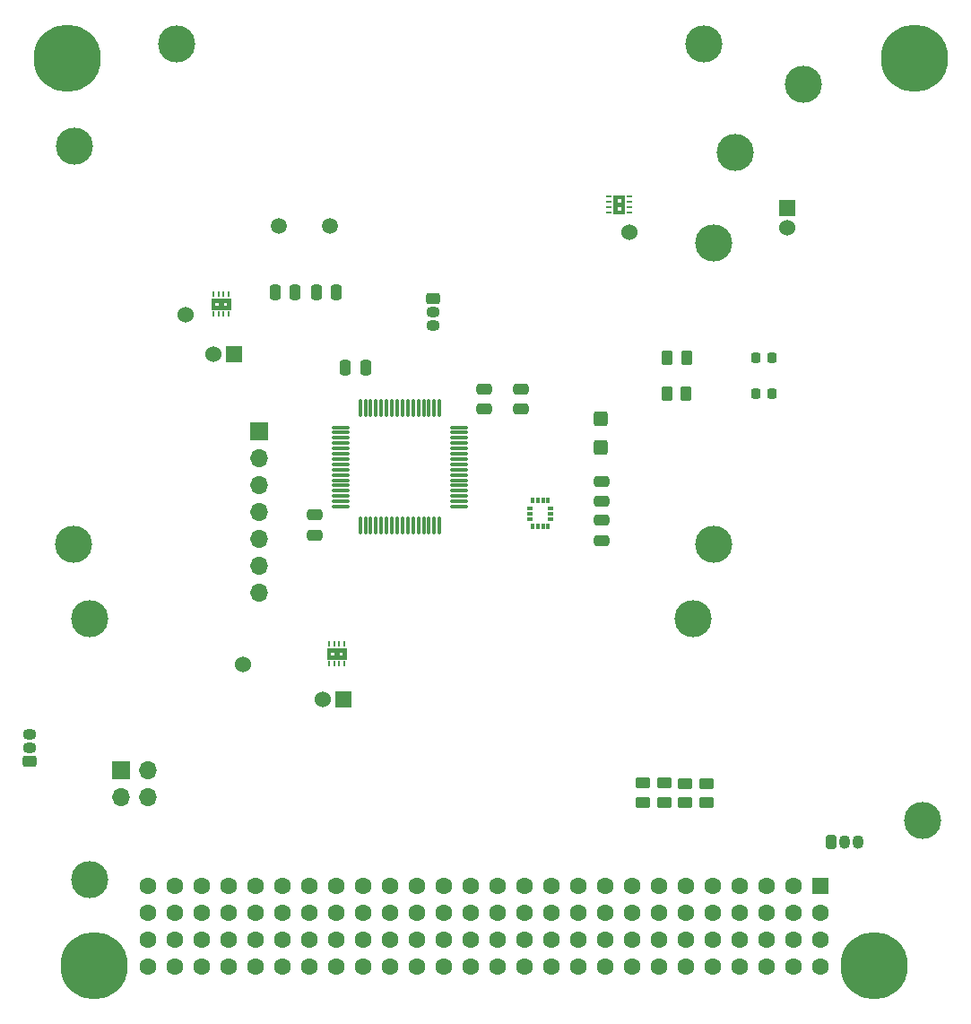
<source format=gbr>
%TF.GenerationSoftware,KiCad,Pcbnew,(6.0.1)*%
%TF.CreationDate,2022-03-12T11:24:15-03:00*%
%TF.ProjectId,magnetorquer_v2_2,6d61676e-6574-46f7-9271-7565725f7632,rev?*%
%TF.SameCoordinates,Original*%
%TF.FileFunction,Soldermask,Top*%
%TF.FilePolarity,Negative*%
%FSLAX46Y46*%
G04 Gerber Fmt 4.6, Leading zero omitted, Abs format (unit mm)*
G04 Created by KiCad (PCBNEW (6.0.1)) date 2022-03-12 11:24:15*
%MOMM*%
%LPD*%
G01*
G04 APERTURE LIST*
G04 Aperture macros list*
%AMRoundRect*
0 Rectangle with rounded corners*
0 $1 Rounding radius*
0 $2 $3 $4 $5 $6 $7 $8 $9 X,Y pos of 4 corners*
0 Add a 4 corners polygon primitive as box body*
4,1,4,$2,$3,$4,$5,$6,$7,$8,$9,$2,$3,0*
0 Add four circle primitives for the rounded corners*
1,1,$1+$1,$2,$3*
1,1,$1+$1,$4,$5*
1,1,$1+$1,$6,$7*
1,1,$1+$1,$8,$9*
0 Add four rect primitives between the rounded corners*
20,1,$1+$1,$2,$3,$4,$5,0*
20,1,$1+$1,$4,$5,$6,$7,0*
20,1,$1+$1,$6,$7,$8,$9,0*
20,1,$1+$1,$8,$9,$2,$3,0*%
G04 Aperture macros list end*
%ADD10C,0.100000*%
%ADD11R,0.280000X0.500000*%
%ADD12RoundRect,0.250000X0.450000X-0.262500X0.450000X0.262500X-0.450000X0.262500X-0.450000X-0.262500X0*%
%ADD13O,0.299999X1.799999*%
%ADD14O,1.799999X0.299999*%
%ADD15C,1.524000*%
%ADD16R,1.524000X1.524000*%
%ADD17RoundRect,0.250000X0.425000X-0.450000X0.425000X0.450000X-0.425000X0.450000X-0.425000X-0.450000X0*%
%ADD18C,1.600000*%
%ADD19R,1.600000X1.600000*%
%ADD20C,6.350000*%
%ADD21RoundRect,0.250000X-0.250000X-0.475000X0.250000X-0.475000X0.250000X0.475000X-0.250000X0.475000X0*%
%ADD22RoundRect,0.250000X0.475000X-0.250000X0.475000X0.250000X-0.475000X0.250000X-0.475000X-0.250000X0*%
%ADD23RoundRect,0.250000X-0.262500X-0.450000X0.262500X-0.450000X0.262500X0.450000X-0.262500X0.450000X0*%
%ADD24C,1.500000*%
%ADD25R,1.700000X1.700000*%
%ADD26O,1.700000X1.700000*%
%ADD27C,3.500000*%
%ADD28RoundRect,0.250000X0.250000X0.475000X-0.250000X0.475000X-0.250000X-0.475000X0.250000X-0.475000X0*%
%ADD29RoundRect,0.218750X0.218750X0.256250X-0.218750X0.256250X-0.218750X-0.256250X0.218750X-0.256250X0*%
%ADD30R,0.355600X0.558800*%
%ADD31R,0.558800X0.355600*%
%ADD32RoundRect,0.250000X-0.475000X0.250000X-0.475000X-0.250000X0.475000X-0.250000X0.475000X0.250000X0*%
%ADD33R,0.500000X0.280000*%
%ADD34RoundRect,0.249900X-0.275100X-0.400100X0.275100X-0.400100X0.275100X0.400100X-0.275100X0.400100X0*%
%ADD35O,1.050000X1.300000*%
%ADD36RoundRect,0.249900X0.400100X-0.275100X0.400100X0.275100X-0.400100X0.275100X-0.400100X-0.275100X0*%
%ADD37O,1.300000X1.050000*%
%ADD38RoundRect,0.249900X-0.400100X0.275100X-0.400100X-0.275100X0.400100X-0.275100X0.400100X0.275100X0*%
G04 APERTURE END LIST*
D10*
%TO.C,U5*%
X123529700Y-118618000D02*
X123529700Y-117602000D01*
X123529700Y-117602000D02*
X123799600Y-117602000D01*
X123799600Y-117602000D02*
X123799600Y-118618000D01*
X123799600Y-118618000D02*
X123529700Y-118618000D01*
G36*
X123799600Y-118618000D02*
G01*
X123529700Y-118618000D01*
X123529700Y-117602000D01*
X123799600Y-117602000D01*
X123799600Y-118618000D01*
G37*
X123799600Y-118618000D02*
X123529700Y-118618000D01*
X123529700Y-117602000D01*
X123799600Y-117602000D01*
X123799600Y-118618000D01*
X122072400Y-118618000D02*
X122072400Y-117602000D01*
X122072400Y-117602000D02*
X122342300Y-117602000D01*
X122342300Y-117602000D02*
X122342300Y-118618000D01*
X122342300Y-118618000D02*
X122072400Y-118618000D01*
G36*
X122342300Y-118618000D02*
G01*
X122072400Y-118618000D01*
X122072400Y-117602000D01*
X122342300Y-117602000D01*
X122342300Y-118618000D01*
G37*
X122342300Y-118618000D02*
X122072400Y-118618000D01*
X122072400Y-117602000D01*
X122342300Y-117602000D01*
X122342300Y-118618000D01*
X122072400Y-117910000D02*
X122072400Y-117602000D01*
X122072400Y-117602000D02*
X123799600Y-117602000D01*
X123799600Y-117602000D02*
X123799600Y-117910000D01*
X123799600Y-117910000D02*
X122072400Y-117910000D01*
G36*
X123799600Y-117910000D02*
G01*
X122072400Y-117910000D01*
X122072400Y-117602000D01*
X123799600Y-117602000D01*
X123799600Y-117910000D01*
G37*
X123799600Y-117910000D02*
X122072400Y-117910000D01*
X122072400Y-117602000D01*
X123799600Y-117602000D01*
X123799600Y-117910000D01*
X122742300Y-118618000D02*
X122742300Y-117602000D01*
X122742300Y-117602000D02*
X123129700Y-117602000D01*
X123129700Y-117602000D02*
X123129700Y-118618000D01*
X123129700Y-118618000D02*
X122742300Y-118618000D01*
G36*
X123129700Y-118618000D02*
G01*
X122742300Y-118618000D01*
X122742300Y-117602000D01*
X123129700Y-117602000D01*
X123129700Y-118618000D01*
G37*
X123129700Y-118618000D02*
X122742300Y-118618000D01*
X122742300Y-117602000D01*
X123129700Y-117602000D01*
X123129700Y-118618000D01*
X122072400Y-118618000D02*
X122072400Y-118310000D01*
X122072400Y-118310000D02*
X123799600Y-118310000D01*
X123799600Y-118310000D02*
X123799600Y-118618000D01*
X123799600Y-118618000D02*
X122072400Y-118618000D01*
G36*
X123799600Y-118618000D02*
G01*
X122072400Y-118618000D01*
X122072400Y-118310000D01*
X123799600Y-118310000D01*
X123799600Y-118618000D01*
G37*
X123799600Y-118618000D02*
X122072400Y-118618000D01*
X122072400Y-118310000D01*
X123799600Y-118310000D01*
X123799600Y-118618000D01*
%TO.C,U6*%
X111820300Y-85598000D02*
X111820300Y-84582000D01*
X111820300Y-84582000D02*
X112207700Y-84582000D01*
X112207700Y-84582000D02*
X112207700Y-85598000D01*
X112207700Y-85598000D02*
X111820300Y-85598000D01*
G36*
X112207700Y-85598000D02*
G01*
X111820300Y-85598000D01*
X111820300Y-84582000D01*
X112207700Y-84582000D01*
X112207700Y-85598000D01*
G37*
X112207700Y-85598000D02*
X111820300Y-85598000D01*
X111820300Y-84582000D01*
X112207700Y-84582000D01*
X112207700Y-85598000D01*
X112607700Y-85598000D02*
X112607700Y-84582000D01*
X112607700Y-84582000D02*
X112877600Y-84582000D01*
X112877600Y-84582000D02*
X112877600Y-85598000D01*
X112877600Y-85598000D02*
X112607700Y-85598000D01*
G36*
X112877600Y-85598000D02*
G01*
X112607700Y-85598000D01*
X112607700Y-84582000D01*
X112877600Y-84582000D01*
X112877600Y-85598000D01*
G37*
X112877600Y-85598000D02*
X112607700Y-85598000D01*
X112607700Y-84582000D01*
X112877600Y-84582000D01*
X112877600Y-85598000D01*
X111150400Y-85598000D02*
X111150400Y-84582000D01*
X111150400Y-84582000D02*
X111420300Y-84582000D01*
X111420300Y-84582000D02*
X111420300Y-85598000D01*
X111420300Y-85598000D02*
X111150400Y-85598000D01*
G36*
X111420300Y-85598000D02*
G01*
X111150400Y-85598000D01*
X111150400Y-84582000D01*
X111420300Y-84582000D01*
X111420300Y-85598000D01*
G37*
X111420300Y-85598000D02*
X111150400Y-85598000D01*
X111150400Y-84582000D01*
X111420300Y-84582000D01*
X111420300Y-85598000D01*
X111150400Y-84890000D02*
X111150400Y-84582000D01*
X111150400Y-84582000D02*
X112877600Y-84582000D01*
X112877600Y-84582000D02*
X112877600Y-84890000D01*
X112877600Y-84890000D02*
X111150400Y-84890000D01*
G36*
X112877600Y-84890000D02*
G01*
X111150400Y-84890000D01*
X111150400Y-84582000D01*
X112877600Y-84582000D01*
X112877600Y-84890000D01*
G37*
X112877600Y-84890000D02*
X111150400Y-84890000D01*
X111150400Y-84582000D01*
X112877600Y-84582000D01*
X112877600Y-84890000D01*
X111150400Y-85598000D02*
X111150400Y-85290000D01*
X111150400Y-85290000D02*
X112877600Y-85290000D01*
X112877600Y-85290000D02*
X112877600Y-85598000D01*
X112877600Y-85598000D02*
X111150400Y-85598000D01*
G36*
X112877600Y-85598000D02*
G01*
X111150400Y-85598000D01*
X111150400Y-85290000D01*
X112877600Y-85290000D01*
X112877600Y-85598000D01*
G37*
X112877600Y-85598000D02*
X111150400Y-85598000D01*
X111150400Y-85290000D01*
X112877600Y-85290000D01*
X112877600Y-85598000D01*
%TO.C,U4*%
X150114000Y-76555600D02*
X149806000Y-76555600D01*
X149806000Y-76555600D02*
X149806000Y-74828400D01*
X149806000Y-74828400D02*
X150114000Y-74828400D01*
X150114000Y-74828400D02*
X150114000Y-76555600D01*
G36*
X150114000Y-76555600D02*
G01*
X149806000Y-76555600D01*
X149806000Y-74828400D01*
X150114000Y-74828400D01*
X150114000Y-76555600D01*
G37*
X150114000Y-76555600D02*
X149806000Y-76555600D01*
X149806000Y-74828400D01*
X150114000Y-74828400D01*
X150114000Y-76555600D01*
X150114000Y-75098300D02*
X149098000Y-75098300D01*
X149098000Y-75098300D02*
X149098000Y-74828400D01*
X149098000Y-74828400D02*
X150114000Y-74828400D01*
X150114000Y-74828400D02*
X150114000Y-75098300D01*
G36*
X150114000Y-75098300D02*
G01*
X149098000Y-75098300D01*
X149098000Y-74828400D01*
X150114000Y-74828400D01*
X150114000Y-75098300D01*
G37*
X150114000Y-75098300D02*
X149098000Y-75098300D01*
X149098000Y-74828400D01*
X150114000Y-74828400D01*
X150114000Y-75098300D01*
X150114000Y-76555600D02*
X149098000Y-76555600D01*
X149098000Y-76555600D02*
X149098000Y-76285700D01*
X149098000Y-76285700D02*
X150114000Y-76285700D01*
X150114000Y-76285700D02*
X150114000Y-76555600D01*
G36*
X150114000Y-76555600D02*
G01*
X149098000Y-76555600D01*
X149098000Y-76285700D01*
X150114000Y-76285700D01*
X150114000Y-76555600D01*
G37*
X150114000Y-76555600D02*
X149098000Y-76555600D01*
X149098000Y-76285700D01*
X150114000Y-76285700D01*
X150114000Y-76555600D01*
X149406000Y-76555600D02*
X149098000Y-76555600D01*
X149098000Y-76555600D02*
X149098000Y-74828400D01*
X149098000Y-74828400D02*
X149406000Y-74828400D01*
X149406000Y-74828400D02*
X149406000Y-76555600D01*
G36*
X149406000Y-76555600D02*
G01*
X149098000Y-76555600D01*
X149098000Y-74828400D01*
X149406000Y-74828400D01*
X149406000Y-76555600D01*
G37*
X149406000Y-76555600D02*
X149098000Y-76555600D01*
X149098000Y-74828400D01*
X149406000Y-74828400D01*
X149406000Y-76555600D01*
X150114000Y-75885700D02*
X149098000Y-75885700D01*
X149098000Y-75885700D02*
X149098000Y-75498300D01*
X149098000Y-75498300D02*
X150114000Y-75498300D01*
X150114000Y-75498300D02*
X150114000Y-75885700D01*
G36*
X150114000Y-75885700D02*
G01*
X149098000Y-75885700D01*
X149098000Y-75498300D01*
X150114000Y-75498300D01*
X150114000Y-75885700D01*
G37*
X150114000Y-75885700D02*
X149098000Y-75885700D01*
X149098000Y-75498300D01*
X150114000Y-75498300D01*
X150114000Y-75885700D01*
%TD*%
D11*
%TO.C,U5*%
X122185999Y-119060001D03*
X122686000Y-119060001D03*
X123186000Y-119060001D03*
X123686001Y-119060001D03*
X123686001Y-117159999D03*
X123186000Y-117159999D03*
X122686000Y-117159999D03*
X122185999Y-117159999D03*
%TD*%
D12*
%TO.C,R6*%
X157861000Y-132179700D03*
X157861000Y-130354700D03*
%TD*%
%TO.C,R5*%
X155854400Y-130354700D03*
X155854400Y-132179700D03*
%TD*%
%TO.C,R4*%
X153873200Y-132154300D03*
X153873200Y-130329300D03*
%TD*%
%TO.C,R3*%
X151866600Y-132154300D03*
X151866600Y-130329300D03*
%TD*%
D13*
%TO.C,U1*%
X125155000Y-94932398D03*
X125655001Y-94932398D03*
X126155000Y-94932398D03*
X126655002Y-94932398D03*
X127155001Y-94932398D03*
X127655000Y-94932398D03*
X128155002Y-94932398D03*
X128655000Y-94932398D03*
X129155002Y-94932398D03*
X129655001Y-94932398D03*
X130155000Y-94932398D03*
X130655002Y-94932398D03*
X131155001Y-94932398D03*
X131655002Y-94932398D03*
X132155001Y-94932398D03*
X132655000Y-94932398D03*
D14*
X134455002Y-96732397D03*
X134455002Y-97232399D03*
X134455002Y-97732398D03*
X134455002Y-98232399D03*
X134455002Y-98732398D03*
X134455002Y-99232397D03*
X134455002Y-99732399D03*
X134455002Y-100232398D03*
X134455002Y-100732400D03*
X134455002Y-101232398D03*
X134455002Y-101732397D03*
X134455002Y-102232399D03*
X134455002Y-102732398D03*
X134455002Y-103232400D03*
X134455002Y-103732399D03*
X134455002Y-104232398D03*
D13*
X132655000Y-106032399D03*
X132155001Y-106032399D03*
X131655002Y-106032399D03*
X131155001Y-106032399D03*
X130655002Y-106032399D03*
X130155000Y-106032399D03*
X129655001Y-106032399D03*
X129155002Y-106032399D03*
X128655000Y-106032399D03*
X128155002Y-106032399D03*
X127655000Y-106032399D03*
X127155001Y-106032399D03*
X126655002Y-106032399D03*
X126155000Y-106032399D03*
X125655001Y-106032399D03*
X125155000Y-106032399D03*
D14*
X123355001Y-104232398D03*
X123355001Y-103732399D03*
X123355001Y-103232400D03*
X123355001Y-102732398D03*
X123355001Y-102232399D03*
X123355001Y-101732397D03*
X123355001Y-101232398D03*
X123355001Y-100732400D03*
X123355001Y-100232398D03*
X123355001Y-99732399D03*
X123355001Y-99232397D03*
X123355001Y-98732398D03*
X123355001Y-98232399D03*
X123355001Y-97732398D03*
X123355001Y-97232399D03*
X123355001Y-96732397D03*
%TD*%
D15*
%TO.C,*%
X114122200Y-119126000D03*
%TD*%
%TO.C,L2*%
X121666000Y-122428000D03*
D16*
X123571000Y-122428000D03*
%TD*%
D17*
%TO.C,C3*%
X147878800Y-98606600D03*
X147878800Y-95906600D03*
%TD*%
D18*
%TO.C,U2*%
X105105200Y-147619400D03*
X105105200Y-145079400D03*
X107645200Y-147619400D03*
X107645200Y-145079400D03*
X110185200Y-147619400D03*
X110185200Y-145079400D03*
X112725200Y-147619400D03*
X112725200Y-145079400D03*
X115265200Y-147619400D03*
X115265200Y-145079400D03*
X117805200Y-147619400D03*
X117805200Y-145079400D03*
X120345200Y-147619400D03*
X120345200Y-145079400D03*
X122885200Y-147619400D03*
X122885200Y-145079400D03*
X125425200Y-147619400D03*
X125425200Y-145079400D03*
X127965200Y-147619400D03*
X127965200Y-145079400D03*
X130505200Y-147619400D03*
X130505200Y-145079400D03*
X133045200Y-147619400D03*
X133045200Y-145079400D03*
X135585200Y-147619400D03*
X135585200Y-145079400D03*
X138125200Y-147619400D03*
X138125200Y-145079400D03*
X140665200Y-147619400D03*
X140665200Y-145079400D03*
X143205200Y-147619400D03*
X143205200Y-145079400D03*
X145745200Y-147619400D03*
X145745200Y-145079400D03*
X148285200Y-147619400D03*
X148285200Y-145079400D03*
X150825200Y-147619400D03*
X150825200Y-145079400D03*
X153365200Y-147619400D03*
X153365200Y-145079400D03*
X155905200Y-147619400D03*
X155905200Y-145079400D03*
X158445200Y-147619400D03*
X158445200Y-145079400D03*
X160985200Y-147619400D03*
X160985200Y-145079400D03*
X163525200Y-147619400D03*
X163525200Y-145079400D03*
X166065200Y-147619400D03*
X166065200Y-145079400D03*
X168605200Y-147619400D03*
X168605200Y-145079400D03*
X105105200Y-142539400D03*
X105105200Y-139999400D03*
X107645200Y-142539400D03*
X107645200Y-139999400D03*
X110185200Y-142539400D03*
X110185200Y-139999400D03*
X112725200Y-142539400D03*
X112725200Y-139999400D03*
X115265200Y-142539400D03*
X115265200Y-139999400D03*
X117805200Y-142539400D03*
X117805200Y-139999400D03*
X120345200Y-142539400D03*
X120345200Y-139999400D03*
X122885200Y-142539400D03*
X122885200Y-139999400D03*
X125425200Y-142539400D03*
X125425200Y-139999400D03*
X127965200Y-142539400D03*
X127965200Y-139999400D03*
X130505200Y-142539400D03*
X130505200Y-139999400D03*
X133045200Y-142539400D03*
X133045200Y-139999400D03*
X135585200Y-142539400D03*
X135585200Y-139999400D03*
X138125200Y-142539400D03*
X138125200Y-139999400D03*
X140665200Y-142539400D03*
X140665200Y-139999400D03*
X143205200Y-142539400D03*
X143205200Y-139999400D03*
X145745200Y-142539400D03*
X145745200Y-139999400D03*
X148285200Y-142539400D03*
X148285200Y-139999400D03*
X150825200Y-142539400D03*
X150825200Y-139999400D03*
X153365200Y-142539400D03*
X153365200Y-139999400D03*
X155905200Y-142539400D03*
X155905200Y-139999400D03*
X158445200Y-142539400D03*
X158445200Y-139999400D03*
X160985200Y-142539400D03*
X160985200Y-139999400D03*
X163525200Y-142539400D03*
X163525200Y-139999400D03*
X166065200Y-142539400D03*
X166065200Y-139999400D03*
X168605200Y-142539400D03*
D19*
X168605200Y-139999400D03*
D20*
X97485200Y-61869400D03*
X177495200Y-61869400D03*
X173685200Y-147599400D03*
X100025200Y-147599400D03*
%TD*%
D21*
%TO.C,C2*%
X120995400Y-83972400D03*
X122895400Y-83972400D03*
%TD*%
%TO.C,C7*%
X123764000Y-91059000D03*
X125664000Y-91059000D03*
%TD*%
D22*
%TO.C,C5*%
X136906000Y-95006200D03*
X136906000Y-93106200D03*
%TD*%
D23*
%TO.C,R2*%
X154129100Y-93548200D03*
X155954100Y-93548200D03*
%TD*%
D24*
%TO.C,Y1*%
X117438000Y-77698600D03*
X122318000Y-77698600D03*
%TD*%
D22*
%TO.C,C4*%
X120853200Y-106893400D03*
X120853200Y-104993400D03*
%TD*%
D11*
%TO.C,U6*%
X111263999Y-86040001D03*
X111764000Y-86040001D03*
X112264000Y-86040001D03*
X112764001Y-86040001D03*
X112764001Y-84139999D03*
X112264000Y-84139999D03*
X111764000Y-84139999D03*
X111263999Y-84139999D03*
%TD*%
D25*
%TO.C,J1*%
X115620800Y-97099200D03*
D26*
X115620800Y-99639200D03*
X115620800Y-102179200D03*
X115620800Y-104719200D03*
X115620800Y-107259200D03*
X115620800Y-109799200D03*
X115620800Y-112339200D03*
%TD*%
D22*
%TO.C,C6*%
X140335000Y-95006200D03*
X140335000Y-93106200D03*
%TD*%
D23*
%TO.C,R1*%
X154154500Y-90195400D03*
X155979500Y-90195400D03*
%TD*%
D27*
%TO.C,REF\u002A\u002A*%
X107804400Y-60548800D03*
X99607400Y-139473800D03*
X160547400Y-70816800D03*
X99607400Y-114773800D03*
X158567400Y-107743800D03*
X98082400Y-107773800D03*
X178277400Y-133816800D03*
X98147400Y-70201800D03*
X167047400Y-64316800D03*
X156577400Y-114773800D03*
X157596400Y-60520800D03*
X158567400Y-79319800D03*
%TD*%
D28*
%TO.C,C1*%
X119034600Y-83972400D03*
X117134600Y-83972400D03*
%TD*%
D29*
%TO.C,D2*%
X164084100Y-93548200D03*
X162509100Y-93548200D03*
%TD*%
%TO.C,D1*%
X164084100Y-90195400D03*
X162509100Y-90195400D03*
%TD*%
D30*
%TO.C,U3*%
X141413611Y-106095800D03*
X141913737Y-106095800D03*
X142413863Y-106095800D03*
X142913989Y-106095800D03*
D31*
X143129000Y-105376726D03*
X143129000Y-104876600D03*
X143129000Y-104376474D03*
D30*
X142913989Y-103657400D03*
X142413863Y-103657400D03*
X141913737Y-103657400D03*
X141413611Y-103657400D03*
D31*
X141198600Y-104376474D03*
X141198600Y-104876600D03*
X141198600Y-105376726D03*
%TD*%
D15*
%TO.C,*%
X108712000Y-86106000D03*
%TD*%
%TO.C,L3*%
X111315500Y-89816000D03*
D16*
X113220500Y-89816000D03*
%TD*%
D15*
%TO.C,*%
X150545800Y-78333600D03*
%TD*%
D22*
%TO.C,C9*%
X147943800Y-107416600D03*
X147943800Y-105516600D03*
%TD*%
D32*
%TO.C,C8*%
X147933800Y-101836600D03*
X147933800Y-103736600D03*
%TD*%
D15*
%TO.C,L1*%
X165508000Y-77914500D03*
D16*
X165508000Y-76009500D03*
%TD*%
D33*
%TO.C,U4*%
X150556001Y-76442001D03*
X150556001Y-75942000D03*
X150556001Y-75442000D03*
X150556001Y-74941999D03*
X148655999Y-74941999D03*
X148655999Y-75442000D03*
X148655999Y-75942000D03*
X148655999Y-76442001D03*
%TD*%
D25*
%TO.C,J2*%
X102560200Y-129154000D03*
D26*
X105100200Y-129154000D03*
X102560200Y-131694000D03*
X105100200Y-131694000D03*
%TD*%
D34*
%TO.C,IC1*%
X169672000Y-135890000D03*
D35*
X170942000Y-135890000D03*
X172212000Y-135890000D03*
%TD*%
D36*
%TO.C,IC2*%
X93980000Y-128270000D03*
D37*
X93980000Y-127000000D03*
X93980000Y-125730000D03*
%TD*%
D38*
%TO.C,IC3*%
X132080000Y-84582000D03*
D37*
X132080000Y-85852000D03*
X132080000Y-87122000D03*
%TD*%
M02*

</source>
